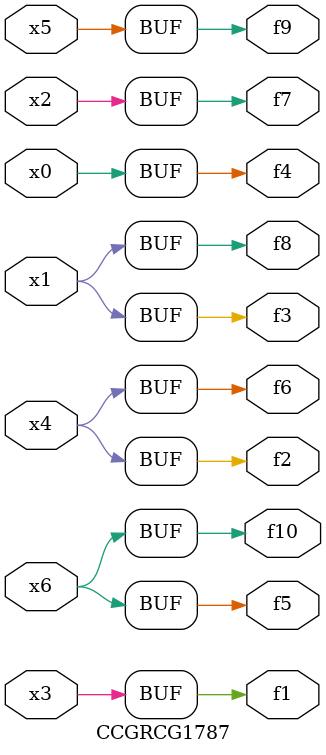
<source format=v>
module CCGRCG1787(
	input x0, x1, x2, x3, x4, x5, x6,
	output f1, f2, f3, f4, f5, f6, f7, f8, f9, f10
);
	assign f1 = x3;
	assign f2 = x4;
	assign f3 = x1;
	assign f4 = x0;
	assign f5 = x6;
	assign f6 = x4;
	assign f7 = x2;
	assign f8 = x1;
	assign f9 = x5;
	assign f10 = x6;
endmodule

</source>
